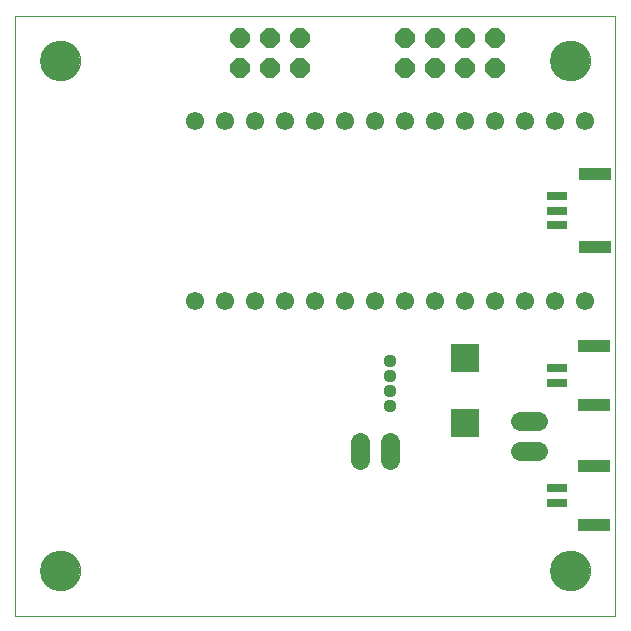
<source format=gbs>
G75*
%MOIN*%
%OFA0B0*%
%FSLAX25Y25*%
%IPPOS*%
%LPD*%
%AMOC8*
5,1,8,0,0,1.08239X$1,22.5*
%
%ADD10C,0.00300*%
%ADD11C,0.04400*%
%ADD12C,0.06400*%
%ADD13C,0.00000*%
%ADD14C,0.13400*%
%ADD15R,0.09400X0.09400*%
%ADD16OC8,0.06400*%
%ADD17C,0.06100*%
%ADD18R,0.07093X0.02762*%
%ADD19R,0.11030X0.04337*%
D10*
X0270000Y0430000D02*
X0270000Y0630000D01*
X0470000Y0630000D01*
X0470000Y0430000D01*
X0270000Y0430000D01*
D11*
X0395000Y0500000D03*
X0395000Y0505000D03*
X0395000Y0510000D03*
X0395000Y0515000D03*
D12*
X0395000Y0488000D02*
X0395000Y0482000D01*
X0385000Y0482000D02*
X0385000Y0488000D01*
X0438250Y0485000D02*
X0444250Y0485000D01*
X0444250Y0495000D02*
X0438250Y0495000D01*
D13*
X0448500Y0445000D02*
X0448502Y0445161D01*
X0448508Y0445321D01*
X0448518Y0445482D01*
X0448532Y0445642D01*
X0448550Y0445802D01*
X0448571Y0445961D01*
X0448597Y0446120D01*
X0448627Y0446278D01*
X0448660Y0446435D01*
X0448698Y0446592D01*
X0448739Y0446747D01*
X0448784Y0446901D01*
X0448833Y0447054D01*
X0448886Y0447206D01*
X0448942Y0447357D01*
X0449003Y0447506D01*
X0449066Y0447654D01*
X0449134Y0447800D01*
X0449205Y0447944D01*
X0449279Y0448086D01*
X0449357Y0448227D01*
X0449439Y0448365D01*
X0449524Y0448502D01*
X0449612Y0448636D01*
X0449704Y0448768D01*
X0449799Y0448898D01*
X0449897Y0449026D01*
X0449998Y0449151D01*
X0450102Y0449273D01*
X0450209Y0449393D01*
X0450319Y0449510D01*
X0450432Y0449625D01*
X0450548Y0449736D01*
X0450667Y0449845D01*
X0450788Y0449950D01*
X0450912Y0450053D01*
X0451038Y0450153D01*
X0451166Y0450249D01*
X0451297Y0450342D01*
X0451431Y0450432D01*
X0451566Y0450519D01*
X0451704Y0450602D01*
X0451843Y0450682D01*
X0451985Y0450758D01*
X0452128Y0450831D01*
X0452273Y0450900D01*
X0452420Y0450966D01*
X0452568Y0451028D01*
X0452718Y0451086D01*
X0452869Y0451141D01*
X0453022Y0451192D01*
X0453176Y0451239D01*
X0453331Y0451282D01*
X0453487Y0451321D01*
X0453643Y0451357D01*
X0453801Y0451388D01*
X0453959Y0451416D01*
X0454118Y0451440D01*
X0454278Y0451460D01*
X0454438Y0451476D01*
X0454598Y0451488D01*
X0454759Y0451496D01*
X0454920Y0451500D01*
X0455080Y0451500D01*
X0455241Y0451496D01*
X0455402Y0451488D01*
X0455562Y0451476D01*
X0455722Y0451460D01*
X0455882Y0451440D01*
X0456041Y0451416D01*
X0456199Y0451388D01*
X0456357Y0451357D01*
X0456513Y0451321D01*
X0456669Y0451282D01*
X0456824Y0451239D01*
X0456978Y0451192D01*
X0457131Y0451141D01*
X0457282Y0451086D01*
X0457432Y0451028D01*
X0457580Y0450966D01*
X0457727Y0450900D01*
X0457872Y0450831D01*
X0458015Y0450758D01*
X0458157Y0450682D01*
X0458296Y0450602D01*
X0458434Y0450519D01*
X0458569Y0450432D01*
X0458703Y0450342D01*
X0458834Y0450249D01*
X0458962Y0450153D01*
X0459088Y0450053D01*
X0459212Y0449950D01*
X0459333Y0449845D01*
X0459452Y0449736D01*
X0459568Y0449625D01*
X0459681Y0449510D01*
X0459791Y0449393D01*
X0459898Y0449273D01*
X0460002Y0449151D01*
X0460103Y0449026D01*
X0460201Y0448898D01*
X0460296Y0448768D01*
X0460388Y0448636D01*
X0460476Y0448502D01*
X0460561Y0448365D01*
X0460643Y0448227D01*
X0460721Y0448086D01*
X0460795Y0447944D01*
X0460866Y0447800D01*
X0460934Y0447654D01*
X0460997Y0447506D01*
X0461058Y0447357D01*
X0461114Y0447206D01*
X0461167Y0447054D01*
X0461216Y0446901D01*
X0461261Y0446747D01*
X0461302Y0446592D01*
X0461340Y0446435D01*
X0461373Y0446278D01*
X0461403Y0446120D01*
X0461429Y0445961D01*
X0461450Y0445802D01*
X0461468Y0445642D01*
X0461482Y0445482D01*
X0461492Y0445321D01*
X0461498Y0445161D01*
X0461500Y0445000D01*
X0461498Y0444839D01*
X0461492Y0444679D01*
X0461482Y0444518D01*
X0461468Y0444358D01*
X0461450Y0444198D01*
X0461429Y0444039D01*
X0461403Y0443880D01*
X0461373Y0443722D01*
X0461340Y0443565D01*
X0461302Y0443408D01*
X0461261Y0443253D01*
X0461216Y0443099D01*
X0461167Y0442946D01*
X0461114Y0442794D01*
X0461058Y0442643D01*
X0460997Y0442494D01*
X0460934Y0442346D01*
X0460866Y0442200D01*
X0460795Y0442056D01*
X0460721Y0441914D01*
X0460643Y0441773D01*
X0460561Y0441635D01*
X0460476Y0441498D01*
X0460388Y0441364D01*
X0460296Y0441232D01*
X0460201Y0441102D01*
X0460103Y0440974D01*
X0460002Y0440849D01*
X0459898Y0440727D01*
X0459791Y0440607D01*
X0459681Y0440490D01*
X0459568Y0440375D01*
X0459452Y0440264D01*
X0459333Y0440155D01*
X0459212Y0440050D01*
X0459088Y0439947D01*
X0458962Y0439847D01*
X0458834Y0439751D01*
X0458703Y0439658D01*
X0458569Y0439568D01*
X0458434Y0439481D01*
X0458296Y0439398D01*
X0458157Y0439318D01*
X0458015Y0439242D01*
X0457872Y0439169D01*
X0457727Y0439100D01*
X0457580Y0439034D01*
X0457432Y0438972D01*
X0457282Y0438914D01*
X0457131Y0438859D01*
X0456978Y0438808D01*
X0456824Y0438761D01*
X0456669Y0438718D01*
X0456513Y0438679D01*
X0456357Y0438643D01*
X0456199Y0438612D01*
X0456041Y0438584D01*
X0455882Y0438560D01*
X0455722Y0438540D01*
X0455562Y0438524D01*
X0455402Y0438512D01*
X0455241Y0438504D01*
X0455080Y0438500D01*
X0454920Y0438500D01*
X0454759Y0438504D01*
X0454598Y0438512D01*
X0454438Y0438524D01*
X0454278Y0438540D01*
X0454118Y0438560D01*
X0453959Y0438584D01*
X0453801Y0438612D01*
X0453643Y0438643D01*
X0453487Y0438679D01*
X0453331Y0438718D01*
X0453176Y0438761D01*
X0453022Y0438808D01*
X0452869Y0438859D01*
X0452718Y0438914D01*
X0452568Y0438972D01*
X0452420Y0439034D01*
X0452273Y0439100D01*
X0452128Y0439169D01*
X0451985Y0439242D01*
X0451843Y0439318D01*
X0451704Y0439398D01*
X0451566Y0439481D01*
X0451431Y0439568D01*
X0451297Y0439658D01*
X0451166Y0439751D01*
X0451038Y0439847D01*
X0450912Y0439947D01*
X0450788Y0440050D01*
X0450667Y0440155D01*
X0450548Y0440264D01*
X0450432Y0440375D01*
X0450319Y0440490D01*
X0450209Y0440607D01*
X0450102Y0440727D01*
X0449998Y0440849D01*
X0449897Y0440974D01*
X0449799Y0441102D01*
X0449704Y0441232D01*
X0449612Y0441364D01*
X0449524Y0441498D01*
X0449439Y0441635D01*
X0449357Y0441773D01*
X0449279Y0441914D01*
X0449205Y0442056D01*
X0449134Y0442200D01*
X0449066Y0442346D01*
X0449003Y0442494D01*
X0448942Y0442643D01*
X0448886Y0442794D01*
X0448833Y0442946D01*
X0448784Y0443099D01*
X0448739Y0443253D01*
X0448698Y0443408D01*
X0448660Y0443565D01*
X0448627Y0443722D01*
X0448597Y0443880D01*
X0448571Y0444039D01*
X0448550Y0444198D01*
X0448532Y0444358D01*
X0448518Y0444518D01*
X0448508Y0444679D01*
X0448502Y0444839D01*
X0448500Y0445000D01*
X0448500Y0615000D02*
X0448502Y0615161D01*
X0448508Y0615321D01*
X0448518Y0615482D01*
X0448532Y0615642D01*
X0448550Y0615802D01*
X0448571Y0615961D01*
X0448597Y0616120D01*
X0448627Y0616278D01*
X0448660Y0616435D01*
X0448698Y0616592D01*
X0448739Y0616747D01*
X0448784Y0616901D01*
X0448833Y0617054D01*
X0448886Y0617206D01*
X0448942Y0617357D01*
X0449003Y0617506D01*
X0449066Y0617654D01*
X0449134Y0617800D01*
X0449205Y0617944D01*
X0449279Y0618086D01*
X0449357Y0618227D01*
X0449439Y0618365D01*
X0449524Y0618502D01*
X0449612Y0618636D01*
X0449704Y0618768D01*
X0449799Y0618898D01*
X0449897Y0619026D01*
X0449998Y0619151D01*
X0450102Y0619273D01*
X0450209Y0619393D01*
X0450319Y0619510D01*
X0450432Y0619625D01*
X0450548Y0619736D01*
X0450667Y0619845D01*
X0450788Y0619950D01*
X0450912Y0620053D01*
X0451038Y0620153D01*
X0451166Y0620249D01*
X0451297Y0620342D01*
X0451431Y0620432D01*
X0451566Y0620519D01*
X0451704Y0620602D01*
X0451843Y0620682D01*
X0451985Y0620758D01*
X0452128Y0620831D01*
X0452273Y0620900D01*
X0452420Y0620966D01*
X0452568Y0621028D01*
X0452718Y0621086D01*
X0452869Y0621141D01*
X0453022Y0621192D01*
X0453176Y0621239D01*
X0453331Y0621282D01*
X0453487Y0621321D01*
X0453643Y0621357D01*
X0453801Y0621388D01*
X0453959Y0621416D01*
X0454118Y0621440D01*
X0454278Y0621460D01*
X0454438Y0621476D01*
X0454598Y0621488D01*
X0454759Y0621496D01*
X0454920Y0621500D01*
X0455080Y0621500D01*
X0455241Y0621496D01*
X0455402Y0621488D01*
X0455562Y0621476D01*
X0455722Y0621460D01*
X0455882Y0621440D01*
X0456041Y0621416D01*
X0456199Y0621388D01*
X0456357Y0621357D01*
X0456513Y0621321D01*
X0456669Y0621282D01*
X0456824Y0621239D01*
X0456978Y0621192D01*
X0457131Y0621141D01*
X0457282Y0621086D01*
X0457432Y0621028D01*
X0457580Y0620966D01*
X0457727Y0620900D01*
X0457872Y0620831D01*
X0458015Y0620758D01*
X0458157Y0620682D01*
X0458296Y0620602D01*
X0458434Y0620519D01*
X0458569Y0620432D01*
X0458703Y0620342D01*
X0458834Y0620249D01*
X0458962Y0620153D01*
X0459088Y0620053D01*
X0459212Y0619950D01*
X0459333Y0619845D01*
X0459452Y0619736D01*
X0459568Y0619625D01*
X0459681Y0619510D01*
X0459791Y0619393D01*
X0459898Y0619273D01*
X0460002Y0619151D01*
X0460103Y0619026D01*
X0460201Y0618898D01*
X0460296Y0618768D01*
X0460388Y0618636D01*
X0460476Y0618502D01*
X0460561Y0618365D01*
X0460643Y0618227D01*
X0460721Y0618086D01*
X0460795Y0617944D01*
X0460866Y0617800D01*
X0460934Y0617654D01*
X0460997Y0617506D01*
X0461058Y0617357D01*
X0461114Y0617206D01*
X0461167Y0617054D01*
X0461216Y0616901D01*
X0461261Y0616747D01*
X0461302Y0616592D01*
X0461340Y0616435D01*
X0461373Y0616278D01*
X0461403Y0616120D01*
X0461429Y0615961D01*
X0461450Y0615802D01*
X0461468Y0615642D01*
X0461482Y0615482D01*
X0461492Y0615321D01*
X0461498Y0615161D01*
X0461500Y0615000D01*
X0461498Y0614839D01*
X0461492Y0614679D01*
X0461482Y0614518D01*
X0461468Y0614358D01*
X0461450Y0614198D01*
X0461429Y0614039D01*
X0461403Y0613880D01*
X0461373Y0613722D01*
X0461340Y0613565D01*
X0461302Y0613408D01*
X0461261Y0613253D01*
X0461216Y0613099D01*
X0461167Y0612946D01*
X0461114Y0612794D01*
X0461058Y0612643D01*
X0460997Y0612494D01*
X0460934Y0612346D01*
X0460866Y0612200D01*
X0460795Y0612056D01*
X0460721Y0611914D01*
X0460643Y0611773D01*
X0460561Y0611635D01*
X0460476Y0611498D01*
X0460388Y0611364D01*
X0460296Y0611232D01*
X0460201Y0611102D01*
X0460103Y0610974D01*
X0460002Y0610849D01*
X0459898Y0610727D01*
X0459791Y0610607D01*
X0459681Y0610490D01*
X0459568Y0610375D01*
X0459452Y0610264D01*
X0459333Y0610155D01*
X0459212Y0610050D01*
X0459088Y0609947D01*
X0458962Y0609847D01*
X0458834Y0609751D01*
X0458703Y0609658D01*
X0458569Y0609568D01*
X0458434Y0609481D01*
X0458296Y0609398D01*
X0458157Y0609318D01*
X0458015Y0609242D01*
X0457872Y0609169D01*
X0457727Y0609100D01*
X0457580Y0609034D01*
X0457432Y0608972D01*
X0457282Y0608914D01*
X0457131Y0608859D01*
X0456978Y0608808D01*
X0456824Y0608761D01*
X0456669Y0608718D01*
X0456513Y0608679D01*
X0456357Y0608643D01*
X0456199Y0608612D01*
X0456041Y0608584D01*
X0455882Y0608560D01*
X0455722Y0608540D01*
X0455562Y0608524D01*
X0455402Y0608512D01*
X0455241Y0608504D01*
X0455080Y0608500D01*
X0454920Y0608500D01*
X0454759Y0608504D01*
X0454598Y0608512D01*
X0454438Y0608524D01*
X0454278Y0608540D01*
X0454118Y0608560D01*
X0453959Y0608584D01*
X0453801Y0608612D01*
X0453643Y0608643D01*
X0453487Y0608679D01*
X0453331Y0608718D01*
X0453176Y0608761D01*
X0453022Y0608808D01*
X0452869Y0608859D01*
X0452718Y0608914D01*
X0452568Y0608972D01*
X0452420Y0609034D01*
X0452273Y0609100D01*
X0452128Y0609169D01*
X0451985Y0609242D01*
X0451843Y0609318D01*
X0451704Y0609398D01*
X0451566Y0609481D01*
X0451431Y0609568D01*
X0451297Y0609658D01*
X0451166Y0609751D01*
X0451038Y0609847D01*
X0450912Y0609947D01*
X0450788Y0610050D01*
X0450667Y0610155D01*
X0450548Y0610264D01*
X0450432Y0610375D01*
X0450319Y0610490D01*
X0450209Y0610607D01*
X0450102Y0610727D01*
X0449998Y0610849D01*
X0449897Y0610974D01*
X0449799Y0611102D01*
X0449704Y0611232D01*
X0449612Y0611364D01*
X0449524Y0611498D01*
X0449439Y0611635D01*
X0449357Y0611773D01*
X0449279Y0611914D01*
X0449205Y0612056D01*
X0449134Y0612200D01*
X0449066Y0612346D01*
X0449003Y0612494D01*
X0448942Y0612643D01*
X0448886Y0612794D01*
X0448833Y0612946D01*
X0448784Y0613099D01*
X0448739Y0613253D01*
X0448698Y0613408D01*
X0448660Y0613565D01*
X0448627Y0613722D01*
X0448597Y0613880D01*
X0448571Y0614039D01*
X0448550Y0614198D01*
X0448532Y0614358D01*
X0448518Y0614518D01*
X0448508Y0614679D01*
X0448502Y0614839D01*
X0448500Y0615000D01*
X0278500Y0615000D02*
X0278502Y0615161D01*
X0278508Y0615321D01*
X0278518Y0615482D01*
X0278532Y0615642D01*
X0278550Y0615802D01*
X0278571Y0615961D01*
X0278597Y0616120D01*
X0278627Y0616278D01*
X0278660Y0616435D01*
X0278698Y0616592D01*
X0278739Y0616747D01*
X0278784Y0616901D01*
X0278833Y0617054D01*
X0278886Y0617206D01*
X0278942Y0617357D01*
X0279003Y0617506D01*
X0279066Y0617654D01*
X0279134Y0617800D01*
X0279205Y0617944D01*
X0279279Y0618086D01*
X0279357Y0618227D01*
X0279439Y0618365D01*
X0279524Y0618502D01*
X0279612Y0618636D01*
X0279704Y0618768D01*
X0279799Y0618898D01*
X0279897Y0619026D01*
X0279998Y0619151D01*
X0280102Y0619273D01*
X0280209Y0619393D01*
X0280319Y0619510D01*
X0280432Y0619625D01*
X0280548Y0619736D01*
X0280667Y0619845D01*
X0280788Y0619950D01*
X0280912Y0620053D01*
X0281038Y0620153D01*
X0281166Y0620249D01*
X0281297Y0620342D01*
X0281431Y0620432D01*
X0281566Y0620519D01*
X0281704Y0620602D01*
X0281843Y0620682D01*
X0281985Y0620758D01*
X0282128Y0620831D01*
X0282273Y0620900D01*
X0282420Y0620966D01*
X0282568Y0621028D01*
X0282718Y0621086D01*
X0282869Y0621141D01*
X0283022Y0621192D01*
X0283176Y0621239D01*
X0283331Y0621282D01*
X0283487Y0621321D01*
X0283643Y0621357D01*
X0283801Y0621388D01*
X0283959Y0621416D01*
X0284118Y0621440D01*
X0284278Y0621460D01*
X0284438Y0621476D01*
X0284598Y0621488D01*
X0284759Y0621496D01*
X0284920Y0621500D01*
X0285080Y0621500D01*
X0285241Y0621496D01*
X0285402Y0621488D01*
X0285562Y0621476D01*
X0285722Y0621460D01*
X0285882Y0621440D01*
X0286041Y0621416D01*
X0286199Y0621388D01*
X0286357Y0621357D01*
X0286513Y0621321D01*
X0286669Y0621282D01*
X0286824Y0621239D01*
X0286978Y0621192D01*
X0287131Y0621141D01*
X0287282Y0621086D01*
X0287432Y0621028D01*
X0287580Y0620966D01*
X0287727Y0620900D01*
X0287872Y0620831D01*
X0288015Y0620758D01*
X0288157Y0620682D01*
X0288296Y0620602D01*
X0288434Y0620519D01*
X0288569Y0620432D01*
X0288703Y0620342D01*
X0288834Y0620249D01*
X0288962Y0620153D01*
X0289088Y0620053D01*
X0289212Y0619950D01*
X0289333Y0619845D01*
X0289452Y0619736D01*
X0289568Y0619625D01*
X0289681Y0619510D01*
X0289791Y0619393D01*
X0289898Y0619273D01*
X0290002Y0619151D01*
X0290103Y0619026D01*
X0290201Y0618898D01*
X0290296Y0618768D01*
X0290388Y0618636D01*
X0290476Y0618502D01*
X0290561Y0618365D01*
X0290643Y0618227D01*
X0290721Y0618086D01*
X0290795Y0617944D01*
X0290866Y0617800D01*
X0290934Y0617654D01*
X0290997Y0617506D01*
X0291058Y0617357D01*
X0291114Y0617206D01*
X0291167Y0617054D01*
X0291216Y0616901D01*
X0291261Y0616747D01*
X0291302Y0616592D01*
X0291340Y0616435D01*
X0291373Y0616278D01*
X0291403Y0616120D01*
X0291429Y0615961D01*
X0291450Y0615802D01*
X0291468Y0615642D01*
X0291482Y0615482D01*
X0291492Y0615321D01*
X0291498Y0615161D01*
X0291500Y0615000D01*
X0291498Y0614839D01*
X0291492Y0614679D01*
X0291482Y0614518D01*
X0291468Y0614358D01*
X0291450Y0614198D01*
X0291429Y0614039D01*
X0291403Y0613880D01*
X0291373Y0613722D01*
X0291340Y0613565D01*
X0291302Y0613408D01*
X0291261Y0613253D01*
X0291216Y0613099D01*
X0291167Y0612946D01*
X0291114Y0612794D01*
X0291058Y0612643D01*
X0290997Y0612494D01*
X0290934Y0612346D01*
X0290866Y0612200D01*
X0290795Y0612056D01*
X0290721Y0611914D01*
X0290643Y0611773D01*
X0290561Y0611635D01*
X0290476Y0611498D01*
X0290388Y0611364D01*
X0290296Y0611232D01*
X0290201Y0611102D01*
X0290103Y0610974D01*
X0290002Y0610849D01*
X0289898Y0610727D01*
X0289791Y0610607D01*
X0289681Y0610490D01*
X0289568Y0610375D01*
X0289452Y0610264D01*
X0289333Y0610155D01*
X0289212Y0610050D01*
X0289088Y0609947D01*
X0288962Y0609847D01*
X0288834Y0609751D01*
X0288703Y0609658D01*
X0288569Y0609568D01*
X0288434Y0609481D01*
X0288296Y0609398D01*
X0288157Y0609318D01*
X0288015Y0609242D01*
X0287872Y0609169D01*
X0287727Y0609100D01*
X0287580Y0609034D01*
X0287432Y0608972D01*
X0287282Y0608914D01*
X0287131Y0608859D01*
X0286978Y0608808D01*
X0286824Y0608761D01*
X0286669Y0608718D01*
X0286513Y0608679D01*
X0286357Y0608643D01*
X0286199Y0608612D01*
X0286041Y0608584D01*
X0285882Y0608560D01*
X0285722Y0608540D01*
X0285562Y0608524D01*
X0285402Y0608512D01*
X0285241Y0608504D01*
X0285080Y0608500D01*
X0284920Y0608500D01*
X0284759Y0608504D01*
X0284598Y0608512D01*
X0284438Y0608524D01*
X0284278Y0608540D01*
X0284118Y0608560D01*
X0283959Y0608584D01*
X0283801Y0608612D01*
X0283643Y0608643D01*
X0283487Y0608679D01*
X0283331Y0608718D01*
X0283176Y0608761D01*
X0283022Y0608808D01*
X0282869Y0608859D01*
X0282718Y0608914D01*
X0282568Y0608972D01*
X0282420Y0609034D01*
X0282273Y0609100D01*
X0282128Y0609169D01*
X0281985Y0609242D01*
X0281843Y0609318D01*
X0281704Y0609398D01*
X0281566Y0609481D01*
X0281431Y0609568D01*
X0281297Y0609658D01*
X0281166Y0609751D01*
X0281038Y0609847D01*
X0280912Y0609947D01*
X0280788Y0610050D01*
X0280667Y0610155D01*
X0280548Y0610264D01*
X0280432Y0610375D01*
X0280319Y0610490D01*
X0280209Y0610607D01*
X0280102Y0610727D01*
X0279998Y0610849D01*
X0279897Y0610974D01*
X0279799Y0611102D01*
X0279704Y0611232D01*
X0279612Y0611364D01*
X0279524Y0611498D01*
X0279439Y0611635D01*
X0279357Y0611773D01*
X0279279Y0611914D01*
X0279205Y0612056D01*
X0279134Y0612200D01*
X0279066Y0612346D01*
X0279003Y0612494D01*
X0278942Y0612643D01*
X0278886Y0612794D01*
X0278833Y0612946D01*
X0278784Y0613099D01*
X0278739Y0613253D01*
X0278698Y0613408D01*
X0278660Y0613565D01*
X0278627Y0613722D01*
X0278597Y0613880D01*
X0278571Y0614039D01*
X0278550Y0614198D01*
X0278532Y0614358D01*
X0278518Y0614518D01*
X0278508Y0614679D01*
X0278502Y0614839D01*
X0278500Y0615000D01*
X0278500Y0445000D02*
X0278502Y0445161D01*
X0278508Y0445321D01*
X0278518Y0445482D01*
X0278532Y0445642D01*
X0278550Y0445802D01*
X0278571Y0445961D01*
X0278597Y0446120D01*
X0278627Y0446278D01*
X0278660Y0446435D01*
X0278698Y0446592D01*
X0278739Y0446747D01*
X0278784Y0446901D01*
X0278833Y0447054D01*
X0278886Y0447206D01*
X0278942Y0447357D01*
X0279003Y0447506D01*
X0279066Y0447654D01*
X0279134Y0447800D01*
X0279205Y0447944D01*
X0279279Y0448086D01*
X0279357Y0448227D01*
X0279439Y0448365D01*
X0279524Y0448502D01*
X0279612Y0448636D01*
X0279704Y0448768D01*
X0279799Y0448898D01*
X0279897Y0449026D01*
X0279998Y0449151D01*
X0280102Y0449273D01*
X0280209Y0449393D01*
X0280319Y0449510D01*
X0280432Y0449625D01*
X0280548Y0449736D01*
X0280667Y0449845D01*
X0280788Y0449950D01*
X0280912Y0450053D01*
X0281038Y0450153D01*
X0281166Y0450249D01*
X0281297Y0450342D01*
X0281431Y0450432D01*
X0281566Y0450519D01*
X0281704Y0450602D01*
X0281843Y0450682D01*
X0281985Y0450758D01*
X0282128Y0450831D01*
X0282273Y0450900D01*
X0282420Y0450966D01*
X0282568Y0451028D01*
X0282718Y0451086D01*
X0282869Y0451141D01*
X0283022Y0451192D01*
X0283176Y0451239D01*
X0283331Y0451282D01*
X0283487Y0451321D01*
X0283643Y0451357D01*
X0283801Y0451388D01*
X0283959Y0451416D01*
X0284118Y0451440D01*
X0284278Y0451460D01*
X0284438Y0451476D01*
X0284598Y0451488D01*
X0284759Y0451496D01*
X0284920Y0451500D01*
X0285080Y0451500D01*
X0285241Y0451496D01*
X0285402Y0451488D01*
X0285562Y0451476D01*
X0285722Y0451460D01*
X0285882Y0451440D01*
X0286041Y0451416D01*
X0286199Y0451388D01*
X0286357Y0451357D01*
X0286513Y0451321D01*
X0286669Y0451282D01*
X0286824Y0451239D01*
X0286978Y0451192D01*
X0287131Y0451141D01*
X0287282Y0451086D01*
X0287432Y0451028D01*
X0287580Y0450966D01*
X0287727Y0450900D01*
X0287872Y0450831D01*
X0288015Y0450758D01*
X0288157Y0450682D01*
X0288296Y0450602D01*
X0288434Y0450519D01*
X0288569Y0450432D01*
X0288703Y0450342D01*
X0288834Y0450249D01*
X0288962Y0450153D01*
X0289088Y0450053D01*
X0289212Y0449950D01*
X0289333Y0449845D01*
X0289452Y0449736D01*
X0289568Y0449625D01*
X0289681Y0449510D01*
X0289791Y0449393D01*
X0289898Y0449273D01*
X0290002Y0449151D01*
X0290103Y0449026D01*
X0290201Y0448898D01*
X0290296Y0448768D01*
X0290388Y0448636D01*
X0290476Y0448502D01*
X0290561Y0448365D01*
X0290643Y0448227D01*
X0290721Y0448086D01*
X0290795Y0447944D01*
X0290866Y0447800D01*
X0290934Y0447654D01*
X0290997Y0447506D01*
X0291058Y0447357D01*
X0291114Y0447206D01*
X0291167Y0447054D01*
X0291216Y0446901D01*
X0291261Y0446747D01*
X0291302Y0446592D01*
X0291340Y0446435D01*
X0291373Y0446278D01*
X0291403Y0446120D01*
X0291429Y0445961D01*
X0291450Y0445802D01*
X0291468Y0445642D01*
X0291482Y0445482D01*
X0291492Y0445321D01*
X0291498Y0445161D01*
X0291500Y0445000D01*
X0291498Y0444839D01*
X0291492Y0444679D01*
X0291482Y0444518D01*
X0291468Y0444358D01*
X0291450Y0444198D01*
X0291429Y0444039D01*
X0291403Y0443880D01*
X0291373Y0443722D01*
X0291340Y0443565D01*
X0291302Y0443408D01*
X0291261Y0443253D01*
X0291216Y0443099D01*
X0291167Y0442946D01*
X0291114Y0442794D01*
X0291058Y0442643D01*
X0290997Y0442494D01*
X0290934Y0442346D01*
X0290866Y0442200D01*
X0290795Y0442056D01*
X0290721Y0441914D01*
X0290643Y0441773D01*
X0290561Y0441635D01*
X0290476Y0441498D01*
X0290388Y0441364D01*
X0290296Y0441232D01*
X0290201Y0441102D01*
X0290103Y0440974D01*
X0290002Y0440849D01*
X0289898Y0440727D01*
X0289791Y0440607D01*
X0289681Y0440490D01*
X0289568Y0440375D01*
X0289452Y0440264D01*
X0289333Y0440155D01*
X0289212Y0440050D01*
X0289088Y0439947D01*
X0288962Y0439847D01*
X0288834Y0439751D01*
X0288703Y0439658D01*
X0288569Y0439568D01*
X0288434Y0439481D01*
X0288296Y0439398D01*
X0288157Y0439318D01*
X0288015Y0439242D01*
X0287872Y0439169D01*
X0287727Y0439100D01*
X0287580Y0439034D01*
X0287432Y0438972D01*
X0287282Y0438914D01*
X0287131Y0438859D01*
X0286978Y0438808D01*
X0286824Y0438761D01*
X0286669Y0438718D01*
X0286513Y0438679D01*
X0286357Y0438643D01*
X0286199Y0438612D01*
X0286041Y0438584D01*
X0285882Y0438560D01*
X0285722Y0438540D01*
X0285562Y0438524D01*
X0285402Y0438512D01*
X0285241Y0438504D01*
X0285080Y0438500D01*
X0284920Y0438500D01*
X0284759Y0438504D01*
X0284598Y0438512D01*
X0284438Y0438524D01*
X0284278Y0438540D01*
X0284118Y0438560D01*
X0283959Y0438584D01*
X0283801Y0438612D01*
X0283643Y0438643D01*
X0283487Y0438679D01*
X0283331Y0438718D01*
X0283176Y0438761D01*
X0283022Y0438808D01*
X0282869Y0438859D01*
X0282718Y0438914D01*
X0282568Y0438972D01*
X0282420Y0439034D01*
X0282273Y0439100D01*
X0282128Y0439169D01*
X0281985Y0439242D01*
X0281843Y0439318D01*
X0281704Y0439398D01*
X0281566Y0439481D01*
X0281431Y0439568D01*
X0281297Y0439658D01*
X0281166Y0439751D01*
X0281038Y0439847D01*
X0280912Y0439947D01*
X0280788Y0440050D01*
X0280667Y0440155D01*
X0280548Y0440264D01*
X0280432Y0440375D01*
X0280319Y0440490D01*
X0280209Y0440607D01*
X0280102Y0440727D01*
X0279998Y0440849D01*
X0279897Y0440974D01*
X0279799Y0441102D01*
X0279704Y0441232D01*
X0279612Y0441364D01*
X0279524Y0441498D01*
X0279439Y0441635D01*
X0279357Y0441773D01*
X0279279Y0441914D01*
X0279205Y0442056D01*
X0279134Y0442200D01*
X0279066Y0442346D01*
X0279003Y0442494D01*
X0278942Y0442643D01*
X0278886Y0442794D01*
X0278833Y0442946D01*
X0278784Y0443099D01*
X0278739Y0443253D01*
X0278698Y0443408D01*
X0278660Y0443565D01*
X0278627Y0443722D01*
X0278597Y0443880D01*
X0278571Y0444039D01*
X0278550Y0444198D01*
X0278532Y0444358D01*
X0278518Y0444518D01*
X0278508Y0444679D01*
X0278502Y0444839D01*
X0278500Y0445000D01*
D14*
X0285000Y0445000D03*
X0285000Y0615000D03*
X0455000Y0615000D03*
X0455000Y0445000D03*
D15*
X0420000Y0494150D03*
X0420000Y0515850D03*
D16*
X0420000Y0612500D03*
X0420000Y0622500D03*
X0410000Y0622500D03*
X0410000Y0612500D03*
X0400000Y0612500D03*
X0400000Y0622500D03*
X0430000Y0622500D03*
X0430000Y0612500D03*
X0365000Y0612500D03*
X0365000Y0622500D03*
X0355000Y0622500D03*
X0355000Y0612500D03*
X0345000Y0612500D03*
X0345000Y0622500D03*
D17*
X0340000Y0595000D03*
X0350000Y0595000D03*
X0360000Y0595000D03*
X0370000Y0595000D03*
X0380000Y0595000D03*
X0390000Y0595000D03*
X0400000Y0595000D03*
X0410000Y0595000D03*
X0420000Y0595000D03*
X0430000Y0595000D03*
X0440000Y0595000D03*
X0450000Y0595000D03*
X0460000Y0595000D03*
X0460000Y0535000D03*
X0450000Y0535000D03*
X0440000Y0535000D03*
X0430000Y0535000D03*
X0420000Y0535000D03*
X0410000Y0535000D03*
X0400000Y0535000D03*
X0390000Y0535000D03*
X0380000Y0535000D03*
X0370000Y0535000D03*
X0360000Y0535000D03*
X0350000Y0535000D03*
X0340000Y0535000D03*
X0330000Y0535000D03*
X0330000Y0595000D03*
D18*
X0450529Y0569921D03*
X0450529Y0565000D03*
X0450529Y0560079D03*
X0450404Y0512461D03*
X0450404Y0507539D03*
X0450404Y0472461D03*
X0450404Y0467539D03*
D19*
X0463002Y0460256D03*
X0463002Y0479744D03*
X0463002Y0500256D03*
X0463002Y0519744D03*
X0463127Y0552795D03*
X0463127Y0577205D03*
M02*

</source>
